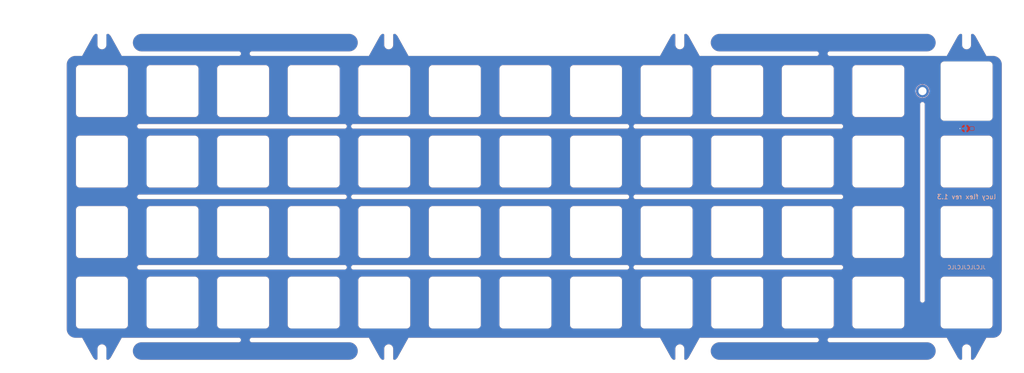
<source format=kicad_pcb>
(kicad_pcb (version 20211014) (generator pcbnew)
  (layers (0 "F.Cu" signal) (31 "B.Cu" signal) (34 "B.Paste" user) (35 "F.Paste" user) (36 "B.SilkS" user "B.Silkscreen") (37 "F.SilkS" user "F.Silkscreen") (38 "B.Mask" user) (39 "F.Mask" user) (44 "Edge.Cuts" user))
  (net 0 "")
  (net 1 "GND")
  (footprint "Keeb_footprints:MX100_cutout_plated" (layer "F.Cu") (at 155.97253 50.00646)
    (fp_text reference "U1")
    (fp_text value "HOLE")
    (fp_line (start -7 6) (end -7 -6) (layer "Edge.Cuts") (width 0.05))
    (fp_line (start -6 7) (end 6 7) (layer "Edge.Cuts") (width 0.05))
    (fp_line (start -6 -7) (end 6 -7) (layer "Edge.Cuts") (width 0.05))
    (fp_line (start 7 -6) (end 7 6) (layer "Edge.Cuts") (width 0.05))
    (fp_arc (start 7 6) (mid 6.707107 6.707107) (end 6 7) (layer "Edge.Cuts") (width 0.05))
    (fp_arc (start 6 -7) (mid 6.707107 -6.707107) (end 7 -6) (layer "Edge.Cuts") (width 0.05))
    (fp_arc (start -6 7) (mid -6.707107 6.707107) (end -7 6) (layer "Edge.Cuts") (width 0.05))
    (fp_arc (start -7 -6) (mid -6.707107 -6.707107) (end -6 -7) (layer "Edge.Cuts") (width 0.05))
  )
  (footprint "Keeb_footprints:MX100_cutout_plated" (layer "F.Cu") (at 175.02261 50.00646)
    (fp_text reference "U2")
    (fp_text value "HOLE")
    (fp_line (start -7 6) (end -7 -6) (layer "Edge.Cuts") (width 0.05))
    (fp_line (start -6 -7) (end 6 -7) (layer "Edge.Cuts") (width 0.05))
    (fp_line (start 7 -6) (end 7 6) (layer "Edge.Cuts") (width 0.05))
    (fp_line (start -6 7) (end 6 7) (layer "Edge.Cuts") (width 0.05))
    (fp_arc (start 6 -7) (mid 6.707107 -6.707107) (end 7 -6) (layer "Edge.Cuts") (width 0.05))
    (fp_arc (start -6 7) (mid -6.707107 6.707107) (end -7 6) (layer "Edge.Cuts") (width 0.05))
    (fp_arc (start 7 6) (mid 6.707107 6.707107) (end 6 7) (layer "Edge.Cuts") (width 0.05))
    (fp_arc (start -7 -6) (mid -6.707107 -6.707107) (end -6 -7) (layer "Edge.Cuts") (width 0.05))
  )
  (footprint "Keeb_footprints:MX100_cutout_plated" (layer "F.Cu") (at 194.07269 50.00646)
    (fp_text reference "U3")
    (fp_text value "HOLE")
    (fp_line (start -6 7) (end 6 7) (layer "Edge.Cuts") (width 0.05))
    (fp_line (start -7 6) (end -7 -6) (layer "Edge.Cuts") (width 0.05))
    (fp_line (start 7 -6) (end 7 6) (layer "Edge.Cuts") (width 0.05))
    (fp_line (start -6 -7) (end 6 -7) (layer "Edge.Cuts") (width 0.05))
    (fp_arc (start 7 6) (mid 6.707107 6.707107) (end 6 7) (layer "Edge.Cuts") (width 0.05))
    (fp_arc (start -7 -6) (mid -6.707107 -6.707107) (end -6 -7) (layer "Edge.Cuts") (width 0.05))
    (fp_arc (start -6 7) (mid -6.707107 6.707107) (end -7 6) (layer "Edge.Cuts") (width 0.05))
    (fp_arc (start 6 -7) (mid 6.707107 -6.707107) (end 7 -6) (layer "Edge.Cuts") (width 0.05))
  )
  (footprint "Keeb_footprints:MX100_cutout_plated" (layer "F.Cu") (at 213.12277 50.00646)
    (fp_text reference "U4")
    (fp_text value "HOLE")
    (fp_line (start -7 6) (end -7 -6) (layer "Edge.Cuts") (width 0.05))
    (fp_line (start -6 7) (end 6 7) (layer "Edge.Cuts") (width 0.05))
    (fp_line (start -6 -7) (end 6 -7) (layer "Edge.Cuts") (width 0.05))
    (fp_line (start 7 -6) (end 7 6) (layer "Edge.Cuts") (width 0.05))
    (fp_arc (start -7 -6) (mid -6.707107 -6.707107) (end -6 -7) (layer "Edge.Cuts") (width 0.05))
    (fp_arc (start 7 6) (mid 6.707107 6.707107) (end 6 7) (layer "Edge.Cuts") (width 0.05))
    (fp_arc (start 6 -7) (mid 6.707107 -6.707107) (end 7 -6) (layer "Edge.Cuts") (width 0.05))
    (fp_arc (start -6 7) (mid -6.707107 6.707107) (end -7 6) (layer "Edge.Cuts") (width 0.05))
  )
  (footprint "Keeb_footprints:MX100_cutout_plated" (layer "F.Cu") (at 232.17285 50.00646)
    (fp_text reference "U5")
    (fp_text value "HOLE")
    (fp_line (start 7 -6) (end 7 6) (layer "Edge.Cuts") (width 0.05))
    (fp_line (start -7 6) (end -7 -6) (layer "Edge.Cuts") (width 0.05))
    (fp_line (start -6 7) (end 6 7) (layer "Edge.Cuts") (width 0.05))
    (fp_line (start -6 -7) (end 6 -7) (layer "Edge.Cuts") (width 0.05))
    (fp_arc (start -7 -6) (mid -6.707107 -6.707107) (end -6 -7) (layer "Edge.Cuts") (width 0.05))
    (fp_arc (start -6 7) (mid -6.707107 6.707107) (end -7 6) (layer "Edge.Cuts") (width 0.05))
    (fp_arc (start 6 -7) (mid 6.707107 -6.707107) (end 7 -6) (layer "Edge.Cuts") (width 0.05))
    (fp_arc (start 7 6) (mid 6.707107 6.707107) (end 6 7) (layer "Edge.Cuts") (width 0.05))
  )
  (footprint "Keeb_footprints:MX100_cutout_plated" (layer "F.Cu") (at 327.42325 50.00646)
    (fp_text reference "U10")
    (fp_text value "HOLE")
    (fp_line (start -6 7) (end 6 7) (layer "Edge.Cuts") (width 0.05))
    (fp_line (start -6 -7) (end 6 -7) (layer "Edge.Cuts") (width 0.05))
    (fp_line (start 7 -6) (end 7 6) (layer "Edge.Cuts") (width 0.05))
    (fp_line (start -7 6) (end -7 -6) (layer "Edge.Cuts") (width 0.05))
    (fp_arc (start -6 7) (mid -6.707107 6.707107) (end -7 6) (layer "Edge.Cuts") (width 0.05))
    (fp_arc (start -7 -6) (mid -6.707107 -6.707107) (end -6 -7) (layer "Edge.Cuts") (width 0.05))
    (fp_arc (start 6 -7) (mid 6.707107 -6.707107) (end 7 -6) (layer "Edge.Cuts") (width 0.05))
    (fp_arc (start 7 6) (mid 6.707107 6.707107) (end 6 7) (layer "Edge.Cuts") (width 0.05))
  )
  (footprint "Keeb_footprints:MX100_cutout_plated" (layer "F.Cu") (at 346.47333 50.00646)
    (fp_text reference "U11")
    (fp_text value "HOLE")
    (fp_line (start -7 6) (end -7 -6) (layer "Edge.Cuts") (width 0.05))
    (fp_line (start -6 -7) (end 6 -7) (layer "Edge.Cuts") (width 0.05))
    (fp_line (start -6 7) (end 6 7) (layer "Edge.Cuts") (width 0.05))
    (fp_line (start 7 -6) (end 7 6) (layer "Edge.Cuts") (width 0.05))
    (fp_arc (start 6 -7) (mid 6.707107 -6.707107) (end 7 -6) (layer "Edge.Cuts") (width 0.05))
    (fp_arc (start -6 7) (mid -6.707107 6.707107) (end -7 6) (layer "Edge.Cuts") (width 0.05))
    (fp_arc (start 7 6) (mid 6.707107 6.707107) (end 6 7) (layer "Edge.Cuts") (width 0.05))
    (fp_arc (start -7 -6) (mid -6.707107 -6.707107) (end -6 -7) (layer "Edge.Cuts") (width 0.05))
  )
  (footprint "Keeb_footprints:MX100_cutout_plated" (layer "F.Cu") (at 155.97253 69.05654)
    (fp_text reference "U13")
    (fp_text value "HOLE")
    (fp_line (start -7 6) (end -7 -6) (layer "Edge.Cuts") (width 0.05))
    (fp_line (start -6 7) (end 6 7) (layer "Edge.Cuts") (width 0.05))
    (fp_line (start 7 -6) (end 7 6) (layer "Edge.Cuts") (width 0.05))
    (fp_line (start -6 -7) (end 6 -7) (layer "Edge.Cuts") (width 0.05))
    (fp_arc (start 7 6) (mid 6.707107 6.707107) (end 6 7) (layer "Edge.Cuts") (width 0.05))
    (fp_arc (start -7 -6) (mid -6.707107 -6.707107) (end -6 -7) (layer "Edge.Cuts") (width 0.05))
    (fp_arc (start -6 7) (mid -6.707107 6.707107) (end -7 6) (layer "Edge.Cuts") (width 0.05))
    (fp_arc (start 6 -7) (mid 6.707107 -6.707107) (end 7 -6) (layer "Edge.Cuts") (width 0.05))
  )
  (footprint "Keeb_footprints:MX100_cutout_plated" (layer "F.Cu") (at 194.07269 69.05654)
    (fp_text reference "U15")
    (fp_text value "HOLE")
    (fp_line (start 7 -6) (end 7 6) (layer "Edge.Cuts") (width 0.05))
    (fp_line (start -6 7) (end 6 7) (layer "Edge.Cuts") (width 0.05))
    (fp_line (start -6 -7) (end 6 -7) (layer "Edge.Cuts") (width 0.05))
    (fp_line (start -7 6) (end -7 -6) (layer "Edge.Cuts") (width 0.05))
    (fp_arc (start -6 7) (mid -6.707107 6.707107) (end -7 6) (layer "Edge.Cuts") (width 0.05))
    (fp_arc (start 6 -7) (mid 6.707107 -6.707107) (end 7 -6) (layer "Edge.Cuts") (width 0.05))
    (fp_arc (start 7 6) (mid 6.707107 6.707107) (end 6 7) (layer "Edge.Cuts") (width 0.05))
    (fp_arc (start -7 -6) (mid -6.707107 -6.707107) (end -6 -7) (layer "Edge.Cuts") (width 0.05))
  )
  (footprint "Keeb_footprints:MX100_cutout_plated" (layer "F.Cu") (at 232.17285 69.05654)
    (fp_text reference "U17")
    (fp_text value "HOLE")
    (fp_line (start 7 -6) (end 7 6) (layer "Edge.Cuts") (width 0.05))
    (fp_line (start -7 6) (end -7 -6) (layer "Edge.Cuts") (width 0.05))
    (fp_line (start -6 -7) (end 6 -7) (layer "Edge.Cuts") (width 0.05))
    (fp_line (start -6 7) (end 6 7) (layer "Edge.Cuts") (width 0.05))
    (fp_arc (start 6 -7) (mid 6.707107 -6.707107) (end 7 -6) (layer "Edge.Cuts") (width 0.05))
    (fp_arc (start -7 -6) (mid -6.707107 -6.707107) (end -6 -7) (layer "Edge.Cuts") (width 0.05))
    (fp_arc (start 7 6) (mid 6.707107 6.707107) (end 6 7) (layer "Edge.Cuts") (width 0.05))
    (fp_arc (start -6 7) (mid -6.707107 6.707107) (end -7 6) (layer "Edge.Cuts") (width 0.05))
  )
  (footprint "Keeb_footprints:MX100_cutout_plated" (layer "F.Cu") (at 251.22293 69.05654)
    (fp_text reference "U18")
    (fp_text value "HOLE")
    (fp_line (start -6 7) (end 6 7) (layer "Edge.Cuts") (width 0.05))
    (fp_line (start 7 -6) (end 7 6) (layer "Edge.Cuts") (width 0.05))
    (fp_line (start -6 -7) (end 6 -7) (layer "Edge.Cuts") (width 0.05))
    (fp_line (start -7 6) (end -7 -6) (layer "Edge.Cuts") (width 0.05))
    (fp_arc (start -6 7) (mid -6.707107 6.707107) (end -7 6) (layer "Edge.Cuts") (width 0.05))
    (fp_arc (start 6 -7) (mid 6.707107 -6.707107) (end 7 -6) (layer "Edge.Cuts") (width 0.05))
    (fp_arc (start -7 -6) (mid -6.707107 -6.707107) (end -6 -7) (layer "Edge.Cuts") (width 0.05))
    (fp_arc (start 7 6) (mid 6.707107 6.707107) (end 6 7) (layer "Edge.Cuts") (width 0.05))
  )
  (footprint "Keeb_footprints:MX100_cutout_plated" (layer "F.Cu") (at 270.27301 69.05654)
    (fp_text reference "U19")
    (fp_text value "HOLE")
    (fp_line (start -7 6) (end -7 -6) (layer "Edge.Cuts") (width 0.05))
    (fp_line (start -6 -7) (end 6 -7) (layer "Edge.Cuts") (width 0.05))
    (fp_line (start -6 7) (end 6 7) (layer "Edge.Cuts") (width 0.05))
    (fp_line (start 7 -6) (end 7 6) (layer "Edge.Cuts") (width 0.05))
    (fp_arc (start -6 7) (mid -6.707107 6.707107) (end -7 6) (layer "Edge.Cuts") (width 0.05))
    (fp_arc (start -7 -6) (mid -6.707107 -6.707107) (end -6 -7) (layer "Edge.Cuts") (width 0.05))
    (fp_arc (start 7 6) (mid 6.707107 6.707107) (end 6 7) (layer "Edge.Cuts") (width 0.05))
    (fp_arc (start 6 -7) (mid 6.707107 -6.707107) (end 7 -6) (layer "Edge.Cuts") (width 0.05))
  )
  (footprint "Keeb_footprints:MX100_cutout_plated" (layer "F.Cu") (at 289.32309 69.05654)
    (fp_text reference "U20")
    (fp_text value "HOLE")
    (fp_line (start 7 -6) (end 7 6) (layer "Edge.Cuts") (width 0.05))
    (fp_line (start -6 7) (end 6 7) (layer "Edge.Cuts") (width 0.05))
    (fp_line (start -6 -7) (end 6 -7) (layer "Edge.Cuts") (width 0.05))
    (fp_line (start -7 6) (end -7 -6) (layer "Edge.Cuts") (width 0.05))
    (fp_arc (start -6 7) (mid -6.707107 6.707107) (end -7 6) (layer "Edge.Cuts") (width 0.05))
    (fp_arc (start -7 -6) (mid -6.707107 -6.707107) (end -6 -7) (layer "Edge.Cuts") (width 0.05))
    (fp_arc (start 6 -7) (mid 6.707107 -6.707107) (end 7 -6) (layer "Edge.Cuts") (width 0.05))
    (fp_arc (start 7 6) (mid 6.707107 6.707107) (end 6 7) (layer "Edge.Cuts") (width 0.05))
  )
  (footprint "Keeb_footprints:MX100_cutout_plated" (layer "F.Cu") (at 308.37317 69.05654)
    (fp_text reference "U21")
    (fp_text value "HOLE")
    (fp_line (start 7 -6) (end 7 6) (layer "Edge.Cuts") (width 0.05))
    (fp_line (start -7 6) (end -7 -6) (layer "Edge.Cuts") (width 0.05))
    (fp_line (start -6 7) (end 6 7) (layer "Edge.Cuts") (width 0.05))
    (fp_line (start -6 -7) (end 6 -7) (layer "Edge.Cuts") (width 0.05))
    (fp_arc (start -7 -6) (mid -6.707107 -6.707107) (end -6 -7) (layer "Edge.Cuts") (width 0.05))
    (fp_arc (start -6 7) (mid -6.707107 6.707107) (end -7 6) (layer "Edge.Cuts") (width 0.05))
    (fp_arc (start 7 6) (mid 6.707107 6.707107) (end 6 7) (layer "Edge.Cuts") (width 0.05))
    (fp_arc (start 6 -7) (mid 6.707107 -6.707107) (end 7 -6) (layer "Edge.Cuts") (width 0.05))
  )
  (footprint "Keeb_footprints:MX100_cutout_plated" (layer "F.Cu") (at 327.42325 69.05654)
    (fp_text reference "U22")
    (fp_text value "HOLE")
    (fp_line (start -6 7) (end 6 7) (layer "Edge.Cuts") (width 0.05))
    (fp_line (start 7 -6) (end 7 6) (layer "Edge.Cuts") (width 0.05))
    (fp_line (start -6 -7) (end 6 -7) (layer "Edge.Cuts") (width 0.05))
    (fp_line (start -7 6) (end -7 -6) (layer "Edge.Cuts") (width 0.05))
    (fp_arc (start -7 -6) (mid -6.707107 -6.707107) (end -6 -7) (layer "Edge.Cuts") (width 0.05))
    (fp_arc (start 6 -7) (mid 6.707107 -6.707107) (end 7 -6) (layer "Edge.Cuts") (width 0.05))
    (fp_arc (start 7 6) (mid 6.707107 6.707107) (end 6 7) (layer "Edge.Cuts") (width 0.05))
    (fp_arc (start -6 7) (mid -6.707107 6.707107) (end -7 6) (layer "Edge.Cuts") (width 0.05))
  )
  (footprint "Keeb_footprints:MX100_cutout_plated" (layer "F.Cu") (at 346.47333 69.05654)
    (fp_text reference "U23")
    (fp_text value "HOLE")
    (fp_line (start -6 -7) (end 6 -7) (layer "Edge.Cuts") (width 0.05))
    (fp_line (start -7 6) (end -7 -6) (layer "Edge.Cuts") (width 0.05))
    (fp_line (start 7 -6) (end 7 6) (layer "Edge.Cuts") (width 0.05))
    (fp_line (start -6 7) (end 6 7) (layer "Edge.Cuts") (width 0.05))
    (fp_arc (start 6 -7) (mid 6.707107 -6.707107) (end 7 -6) (layer "Edge.Cuts") (width 0.05))
    (fp_arc (start 7 6) (mid 6.707107 6.707107) (end 6 7) (layer "Edge.Cuts") (width 0.05))
    (fp_arc (start -6 7) (mid -6.707107 6.707107) (end -7 6) (layer "Edge.Cuts") (width 0.05))
    (fp_arc (start -7 -6) (mid -6.707107 -6.707107) (end -6 -7) (layer "Edge.Cuts") (width 0.05))
  )
  (footprint "Keeb_footprints:MX100_cutout_plated" (layer "F.Cu") (at 365.52341 69.05654)
    (fp_text reference "U24")
    (fp_text value "HOLE")
    (fp_line (start -7 6) (end -7 -6) (layer "Edge.Cuts") (width 0.05))
    (fp_line (start -6 7) (end 6 7) (layer "Edge.Cuts") (width 0.05))
    (fp_line (start 7 -6) (end 7 6) (layer "Edge.Cuts") (width 0.05))
    (fp_line (start -6 -7) (end 6 -7) (layer "Edge.Cuts") (width 0.05))
    (fp_arc (start -6 7) (mid -6.707107 6.707107) (end -7 6) (layer "Edge.Cuts") (width 0.05))
    (fp_arc (start -7 -6) (mid -6.707107 -6.707107) (end -6 -7) (layer "Edge.Cuts") (width 0.05))
    (fp_arc (start 6 -7) (mid 6.707107 -6.707107) (end 7 -6) (layer "Edge.Cuts") (width 0.05))
    (fp_arc (start 7 6) (mid 6.707107 6.707107) (end 6 7) (layer "Edge.Cuts") (width 0.05))
  )
  (footprint "Keeb_footprints:MX100_cutout_plated" (layer "F.Cu") (at 155.97253 88.10662)
    (fp_text reference "U25")
    (fp_text value "HOLE")
    (fp_line (start 7 -6) (end 7 6) (layer "Edge.Cuts") (width 0.05))
    (fp_line (start -7 6) (end -7 -6) (layer "Edge.Cuts") (width 0.05))
    (fp_line (start -6 -7) (end 6 -7) (layer "Edge.Cuts") (width 0.05))
    (fp_line (start -6 7) (end 6 7) (layer "Edge.Cuts") (width 0.05))
    (fp_arc (start -6 7) (mid -6.707107 6.707107) (end -7 6) (layer "Edge.Cuts") (width 0.05))
    (fp_arc (start 6 -7) (mid 6.707107 -6.707107) (end 7 -6) (layer "Edge.Cuts") (width 0.05))
    (fp_arc (start 7 6) (mid 6.707107 6.707107) (end 6 7) (layer "Edge.Cuts") (width 0.05))
    (fp_arc (start -7 -6) (mid -6.707107 -6.707107) (end -6 -7) (layer "Edge.Cuts") (width 0.05))
  )
  (footprint "Keeb_footprints:MX100_cutout_plated" (layer "F.Cu") (at 175.02261 88.10662)
    (fp_text reference "U26")
    (fp_text value "HOLE")
    (fp_line (start -6 -7) (end 6 -7) (layer "Edge.Cuts") (width 0.05))
    (fp_line (start -6 7) (end 6 7) (layer "Edge.Cuts") (width 0.05))
    (fp_line (start -7 6) (end -7 -6) (layer "Edge.Cuts") (width 0.05))
    (fp_line (start 7 -6) (end 7 6) (layer "Edge.Cuts") (width 0.05))
    (fp_arc (start 7 6) (mid 6.707107 6.707107) (end 6 7) (layer "Edge.Cuts") (width 0.05))
    (fp_arc (start -6 7) (mid -6.707107 6.707107) (end -7 6) (layer "Edge.Cuts") (width 0.05))
    (fp_arc (start 6 -7) (mid 6.707107 -6.707107) (end 7 -6) (layer "Edge.Cuts") (width 0.05))
    (fp_arc (start -7 -6) (mid -6.707107 -6.707107) (end -6 -7) (layer "Edge.Cuts") (width 0.05))
  )
  (footprint "Keeb_footprints:MX100_cutout_plated" (layer "F.Cu") (at 194.07269 88.10662)
    (fp_text reference "U27")
    (fp_text value "HOLE")
    (fp_line (start -7 6) (end -7 -6) (layer "Edge.Cuts") (width 0.05))
    (fp_line (start 7 -6) (end 7 6) (layer "Edge.Cuts") (width 0.05))
    (fp_line (start -6 -7) (end 6 -7) (layer "Edge.Cuts") (width 0.05))
    (fp_line (start -6 7) (end 6 7) (layer "Edge.Cuts") (width 0.05))
    (fp_arc (start -6 7) (mid -6.707107 6.707107) (end -7 6) (layer "Edge.Cuts") (width 0.05))
    (fp_arc (start -7 -6) (mid -6.707107 -6.707107) (end -6 -7) (layer "Edge.Cuts") (width 0.05))
    (fp_arc (start 6 -7) (mid 6.707107 -6.707107) (end 7 -6) (layer "Edge.Cuts") (width 0.05))
    (fp_arc (start 7 6) (mid 6.707107 6.707107) (end 6 7) (layer "Edge.Cuts") (width 0.05))
  )
  (footprint "Keeb_footprints:MX100_cutout_plated" (layer "F.Cu") (at 213.12277 88.10662)
    (fp_text reference "U28")
    (fp_text value "HOLE")
    (fp_line (start -6 7) (end 6 7) (layer "Edge.Cuts") (width 0.05))
    (fp_line (start -7 6) (end -7 -6) (layer "Edge.Cuts") (width 0.05))
    (fp_line (start 7 -6) (end 7 6) (layer "Edge.Cuts") (width 0.05))
    (fp_line (start -6 -7) (end 6 -7) (layer "Edge.Cuts") (width 0.05))
    (fp_arc (start 6 -7) (mid 6.707107 -6.707107) (end 7 -6) (layer "Edge.Cuts") (width 0.05))
    (fp_arc (start 7 6) (mid 6.707107 6.707107) (end 6 7) (layer "Edge.Cuts") (width 0.05))
    (fp_arc (start -6 7) (mid -6.707107 6.707107) (end -7 6) (layer "Edge.Cuts") (width 0.05))
    (fp_arc (start -7 -6) (mid -6.707107 -6.707107) (end -6 -7) (layer "Edge.Cuts") (width 0.05))
  )
  (footprint "Keeb_footprints:MX100_cutout_plated" (layer "F.Cu") (at 232.17285 88.10662)
    (fp_text reference "U29")
    (fp_text value "HOLE")
    (fp_line (start -6 -7) (end 6 -7) (layer "Edge.Cuts") (width 0.05))
    (fp_line (start -7 6) (end -7 -6) (layer "Edge.Cuts") (width 0.05))
    (fp_line (start -6 7) (end 6 7) (layer "Edge.Cuts") (width 0.05))
    (fp_line (start 7 -6) (end 7 6) (layer "Edge.Cuts") (width 0.05))
    (fp_arc (start 7 6) (mid 6.707107 6.707107) (end 6 7) (layer "Edge.Cuts") (width 0.05))
    (fp_arc (start -6 7) (mid -6.707107 6.707107) (end -7 6) (layer "Edge.Cuts") (width 0.05))
    (fp_arc (start 6 -7) (mid 6.707107 -6.707107) (end 7 -6) (layer "Edge.Cuts") (width 0.05))
    (fp_arc (start -7 -6) (mid -6.707107 -6.707107) (end -6 -7) (layer "Edge.Cuts") (width 0.05))
  )
  (footprint "Keeb_footprints:MX100_cutout_plated" (layer "F.Cu") (at 251.22293 88.10662)
    (fp_text reference "U30")
    (fp_text value "HOLE")
    (fp_line (start -6 -7) (end 6 -7) (layer "Edge.Cuts") (width 0.05))
    (fp_line (start -6 7) (end 6 7) (layer "Edge.Cuts") (width 0.05))
    (fp_line (start -7 6) (end -7 -6) (layer "Edge.Cuts") (width 0.05))
    (fp_line (start 7 -6) (end 7 6) (layer "Edge.Cuts") (width 0.05))
    (fp_arc (start 6 -7) (mid 6.707107 -6.707107) (end 7 -6) (layer "Edge.Cuts") (width 0.05))
    (fp_arc (start -6 7) (mid -6.707107 6.707107) (end -7 6) (layer "Edge.Cuts") (width 0.05))
    (fp_arc (start -7 -6) (mid -6.707107 -6.707107) (end -6 -7) (layer "Edge.Cuts") (width 0.05))
    (fp_arc (start 7 6) (mid 6.707107 6.707107) (end 6 7) (layer "Edge.Cuts") (width 0.05))
  )
  (footprint "Keeb_footprints:MX100_cutout_plated" (layer "F.Cu") (at 270.27301 88.10662)
    (fp_text reference "U31")
    (fp_text value "HOLE")
    (fp_line (start -6 -7) (end 6 -7) (layer "Edge.Cuts") (width 0.05))
    (fp_line (start 7 -6) (end 7 6) (layer "Edge.Cuts") (width 0.05))
    (fp_line (start -7 6) (end -7 -6) (layer "Edge.Cuts") (width 0.05))
    (fp_line (start -6 7) (end 6 7) (layer "Edge.Cuts") (width 0.05))
    (fp_arc (start 6 -7) (mid 6.707107 -6.707107) (end 7 -6) (layer "Edge.Cuts") (width 0.05))
    (fp_arc (start -6 7) (mid -6.707107 6.707107) (end -7 6) (layer "Edge.Cuts") (width 0.05))
    (fp_arc (start -7 -6) (mid -6.707107 -6.707107) (end -6 -7) (layer "Edge.Cuts") (width 0.05))
    (fp_arc (start 7 6) (mid 6.707107 6.707107) (end 6 7) (layer "Edge.Cuts") (width 0.05))
  )
  (footprint "Keeb_footprints:MX100_cutout_plated" (layer "F.Cu") (at 289.32309 88.10662)
    (fp_text reference "U32")
    (fp_text value "HOLE")
    (fp_line (start -7 6) (end -7 -6) (layer "Edge.Cuts") (width 0.05))
    (fp_line (start 7 -6) (end 7 6) (layer "Edge.Cuts") (width 0.05))
    (fp_line (start -6 7) (end 6 7) (layer "Edge.Cuts") (width 0.05))
    (fp_line (start -6 -7) (end 6 -7) (layer "Edge.Cuts") (width 0.05))
    (fp_arc (start -6 7) (mid -6.707107 6.707107) (end -7 6) (layer "Edge.Cuts") (width 0.05))
    (fp_arc (start -7 -6) (mid -6.707107 -6.707107) (end -6 -7) (layer "Edge.Cuts") (width 0.05))
    (fp_arc (start 7 6) (mid 6.707107 6.707107) (end 6 7) (layer "Edge.Cuts") (width 0.05))
    (fp_arc (start 6 -7) (mid 6.707107 -6.707107) (end 7 -6) (layer "Edge.Cuts") (width 0.05))
  )
  (footprint "Keeb_footprints:MX100_cutout_plated" (layer "F.Cu") (at 308.37317 88.10662)
    (fp_text reference "U33")
    (fp_text value "HOLE")
    (fp_line (start -6 -7) (end 6 -7) (layer "Edge.Cuts") (width 0.05))
    (fp_line (start -6 7) (end 6 7) (layer "Edge.Cuts") (width 0.05))
    (fp_line (start 7 -6) (end 7 6) (layer "Edge.Cuts") (width 0.05))
    (fp_line (start -7 6) (end -7 -6) (layer "Edge.Cuts") (width 0.05))
    (fp_arc (start -7 -6) (mid -6.707107 -6.707107) (end -6 -7) (layer "Edge.Cuts") (width 0.05))
    (fp_arc (start 6 -7) (mid 6.707107 -6.707107) (end 7 -6) (layer "Edge.Cuts") (width 0.05))
    (fp_arc (start -6 7) (mid -6.707107 6.707107) (end -7 6) (layer "Edge.Cuts") (width 0.05))
    (fp_arc (start 7 6) (mid 6.707107 6.707107) (end 6 7) (layer "Edge.Cuts") (width 0.05))
  )
  (footprint "Keeb_footprints:MX100_cutout_plated" (layer "F.Cu") (at 327.42325 88.10662)
    (fp_text reference "U34")
    (fp_text value "HOLE")
    (fp_line (start -6 -7) (end 6 -7) (layer "Edge.Cuts") (width 0.05))
    (fp_line (start -6 7) (end 6 7) (layer "Edge.Cuts") (width 0.05))
    (fp_line (start -7 6) (end -7 -6) (layer "Edge.Cuts") (width 0.05))
    (fp_line (start 7 -6) (end 7 6) (layer "Edge.Cuts") (width 0.05))
    (fp_arc (start 6 -7) (mid 6.707107 -6.707107) (end 7 -6) (layer "Edge.Cuts") (width 0.05))
    (fp_arc (start -7 -6) (mid -6.707107 -6.707107) (end -6 -7) (layer "Edge.Cuts") (width 0.05))
    (fp_arc (start 7 6) (mid 6.707107 6.707107) (end 6 7) (layer "Edge.Cuts") (width 0.05))
    (fp_arc (start -6 7) (mid -6.707107 6.707107) (end -7 6) (layer "Edge.Cuts") (width 0.05))
  )
  (footprint "Keeb_footprints:MX100_cutout_plated" (layer "F.Cu") (at 346.47333 88.10662)
    (fp_text reference "U35")
    (fp_text value "HOLE")
    (fp_line (start 7 -6) (end 7 6) (layer "Edge.Cuts") (width 0.05))
    (fp_line (start -6 7) (end 6 7) (layer "Edge.Cuts") (width 0.05))
    (fp_line (start -7 6) (end -7 -6) (layer "Edge.Cuts") (width 0.05))
    (fp_line (start -6 -7) (end 6 -7) (layer "Edge.Cuts") (width 0.05))
    (fp_arc (start 7 6) (mid 6.707107 6.707107) (end 6 7) (layer "Edge.Cuts") (width 0.05))
    (fp_arc (start -7 -6) (mid -6.707107 -6.707107) (end -6 -7) (layer "Edge.Cuts") (width 0.05))
    (fp_arc (start 6 -7) (mid 6.707107 -6.707107) (end 7 -6) (layer "Edge.Cuts") (width 0.05))
    (fp_arc (start -6 7) (mid -6.707107 6.707107) (end -7 6) (layer "Edge.Cuts") (width 0.05))
  )
  (footprint "Keeb_footprints:MX100_cutout_plated" (layer "F.Cu") (at 365.52341 88.10662)
    (fp_text reference "U36")
    (fp_text value "HOLE")
    (fp_line (start 7 -6) (end 7 6) (layer "Edge.Cuts") (width 0.05))
    (fp_line (start -7 6) (end -7 -6) (layer "Edge.Cuts") (width 0.05))
    (fp_line (start -6 -7) (end 6 -7) (layer "Edge.Cuts") (width 0.05))
    (fp_line (start -6 7) (end 6 7) (layer "Edge.Cuts") (width 0.05))
    (fp_arc (start 7 6) (mid 6.707107 6.707107) (end 6 7) (layer "Edge.Cuts") (width 0.05))
    (fp_arc (start -7 -6) (mid -6.707107 -6.707107) (end -6 -7) (layer "Edge.Cuts") (width 0.05))
    (fp_arc (start -6 7) (mid -6.707107 6.707107) (end -7 6) (layer "Edge.Cuts") (width 0.05))
    (fp_arc (start 6 -7) (mid 6.707107 -6.707107) (end 7 -6) (layer "Edge.Cuts") (width 0.05))
  )
  (footprint "Keeb_footprints:MX100_cutout_plated" (layer "F.Cu") (at 175.02261 107.1567)
    (fp_text reference "U38")
    (fp_text value "HOLE")
    (fp_line (start 7 -6) (end 7 6) (layer "Edge.Cuts") (width 0.05))
    (fp_line (start -6 7) (end 6 7) (layer "Edge.Cuts") (width 0.05))
    (fp_line (start -6 -7) (end 6 -7) (layer "Edge.Cuts") (width 0.05))
    (fp_line (start -7 6) (end -7 -6) (layer "Edge.Cuts") (width 0.05))
    (fp_arc (start 6 -7) (mid 6.707107 -6.707107) (end 7 -6) (layer "Edge.Cuts") (width 0.05))
    (fp_arc (start -7 -6) (mid -6.707107 -6.707107) (end -6 -7) (layer "Edge.Cuts") (width 0.05))
    (fp_arc (start 7 6) (mid 6.707107 6.707107) (end 6 7) (layer "Edge.Cuts") (width 0.05))
    (fp_arc (start -6 7) (mid -6.707107 6.707107) (end -7 6) (layer "Edge.Cuts") (width 0.05))
  )
  (footprint "Keeb_footprints:MX100_cutout_plated" (layer "F.Cu") (at 194.07269 107.1567)
    (fp_text reference "U39")
    (fp_text value "HOLE")
    (fp_line (start -7 6) (end -7 -6) (layer "Edge.Cuts") (width 0.05))
    (fp_line (start -6 7) (end 6 7) (layer "Edge.Cuts") (width 0.05))
    (fp_line (start -6 -7) (end 6 -7) (layer "Edge.Cuts") (width 0.05))
    (fp_line (start 7 -6) (end 7 6) (layer "Edge.Cuts") (width 0.05))
    (fp_arc (start -7 -6) (mid -6.707107 -6.707107) (end -6 -7) (layer "Edge.Cuts") (width 0.05))
    (fp_arc (start -6 7) (mid -6.707107 6.707107) (end -7 6) (layer "Edge.Cuts") (width 0.05))
    (fp_arc (start 7 6) (mid 6.707107 6.707107) (end 6 7) (layer "Edge.Cuts") (width 0.05))
    (fp_arc (start 6 -7) (mid 6.707107 -6.707107) (end 7 -6) (layer "Edge.Cuts") (width 0.05))
  )
  (footprint "Keeb_footprints:MX100_cutout_plated" (layer "F.Cu") (at 213.12277 107.1567)
    (fp_text reference "U40")
    (fp_text value "HOLE")
    (fp_line (start -6 -7) (end 6 -7) (layer "Edge.Cuts") (width 0.05))
    (fp_line (start -7 6) (end -7 -6) (layer "Edge.Cuts") (width 0.05))
    (fp_line (start 7 -6) (end 7 6) (layer "Edge.Cuts") (width 0.05))
    (fp_line (start -6 7) (end 6 7) (layer "Edge.Cuts") (width 0.05))
    (fp_arc (start 7 6) (mid 6.707107 6.707107) (end 6 7) (layer "Edge.Cuts") (width 0.05))
    (fp_arc (start -7 -6) (mid -6.707107 -6.707107) (end -6 -7) (layer "Edge.Cuts") (width 0.05))
    (fp_arc (start -6 7) (mid -6.707107 6.707107) (end -7 6) (layer "Edge.Cuts") (width 0.05))
    (fp_arc (start 6 -7) (mid 6.707107 -6.707107) (end 7 -6) (layer "Edge.Cuts") (width 0.05))
  )
  (footprint "Keeb_footprints:MX100_cutout_plated" (layer "F.Cu") (at 232.17285 107.1567)
    (fp_text reference "U41")
    (fp_text value "HOLE")
    (fp_line (start -6 -7) (end 6 -7) (layer "Edge.Cuts") (width 0.05))
    (fp_line (start -7 6) (end -7 -6) (layer "Edge.Cuts") (width 0.05))
    (fp_line (start -6 7) (end 6 7) (layer "Edge.Cuts") (width 0.05))
    (fp_line (start 7 -6) (end 7 6) (layer "Edge.Cuts") (width 0.05))
    (fp_arc (start 6 -7) (mid 6.707107 -6.707107) (end 7 -6) (layer "Edge.Cuts") (width 0.05))
    (fp_arc (start -6 7) (mid -6.707107 6.707107) (end -7 6) (layer "Edge.Cuts") (width 0.05))
    (fp_arc (start -7 -6) (mid -6.707107 -6.707107) (end -6 -7) (layer "Edge.Cuts") (width 0.05))
    (fp_arc (start 7 6) (mid 6.707107 6.707107) (end 6 7) (layer "Edge.Cuts") (width 0.05))
  )
  (footprint "Keeb_footprints:MX100_cutout_plated" (layer "F.Cu") (at 251.22293 107.1567)
    (fp_text reference "U42")
    (fp_text value "HOLE")
    (fp_line (start -6 -7) (end 6 -7) (layer "Edge.Cuts") (width 0.05))
    (fp_line (start 7 -6) (end 7 6) (layer "Edge.Cuts") (width 0.05))
    (fp_line (start -7 6) (end -7 -6) (layer "Edge.Cuts") (width 0.05))
    (fp_line (start -6 7) (end 6 7) (layer "Edge.Cuts") (width 0.05))
    (fp_arc (start 6 -7) (mid 6.707107 -6.707107) (end 7 -6) (layer "Edge.Cuts") (width 0.05))
    (fp_arc (start -7 -6) (mid -6.707107 -6.707107) (end -6 -7) (layer "Edge.Cuts") (width 0.05))
    (fp_arc (start -6 7) (mid -6.707107 6.707107) (end -7 6) (layer "Edge.Cuts") (width 0.05))
    (fp_arc (start 7 6) (mid 6.707107 6.707107) (end 6 7) (layer "Edge.Cuts") (width 0.05))
  )
  (footprint "Keeb_footprints:MX100_cutout_plated" (layer "F.Cu") (at 270.27301 107.1567)
    (fp_text reference "U43")
    (fp_text value "HOLE")
    (fp_line (start -6 7) (end 6 7) (layer "Edge.Cuts") (width 0.05))
    (fp_line (start -7 6) (end -7 -6) (layer "Edge.Cuts") (width 0.05))
    (fp_line (start -6 -7) (end 6 -7) (layer "Edge.Cuts") (width 0.05))
    (fp_line (start 7 -6) (end 7 6) (layer "Edge.Cuts") (width 0.05))
    (fp_arc (start -6 7) (mid -6.707107 6.707107) (end -7 6) (layer "Edge.Cuts") (width 0.05))
    (fp_arc (start 6 -7) (mid 6.707107 -6.707107) (end 7 -6) (layer "Edge.Cuts") (width 0.05))
    (fp_arc (start 7 6) (mid 6.707107 6.707107) (end 6 7) (layer "Edge.Cuts") (width 0.05))
    (fp_arc (start -7 -6) (mid -6.707107 -6.707107) (end -6 -7) (layer "Edge.Cuts") (width 0.05))
  )
  (footprint "Keeb_footprints:MX100_cutout_plated" (layer "F.Cu") (at 289.32309 107.1567)
    (fp_text reference "U44")
    (fp_text value "HOLE")
    (fp_line (start -7 6) (end -7 -6) (layer "Edge.Cuts") (width 0.05))
    (fp_line (start 7 -6) (end 7 6) (layer "Edge.Cuts") (width 0.05))
    (fp_line (start -6 7) (end 6 7) (layer "Edge.Cuts") (width 0.05))
    (fp_line (start -6 -7) (end 6 -7) (layer "Edge.Cuts") (width 0.05))
    (fp_arc (start -6 7) (mid -6.707107 6.707107) (end -7 6) (layer "Edge.Cuts") (width 0.05))
    (fp_arc (start 7 6) (mid 6.707107 6.707107) (end 6 7) (layer "Edge.Cuts") (width 0.05))
    (fp_arc (start 6 -7) (mid 6.707107 -6.707107) (end 7 -6) (layer "Edge.Cuts") (width 0.05))
    (fp_arc (start -7 -6) (mid -6.707107 -6.707107) (end -6 -7) (layer "Edge.Cuts") (width 0.05))
  )
  (footprint "Keeb_footprints:MX100_cutout_plated" (layer "F.Cu") (at 308.37317 107.1567)
    (fp_text reference "U45")
    (fp_text value "HOLE")
    (fp_line (start -6 -7) (end 6 -7) (layer "Edge.Cuts") (width 0.05))
    (fp_line (start -6 7) (end 6 7) (layer "Edge.Cuts") (width 0.05))
    (fp_line (start 7 -6) (end 7 6) (layer "Edge.Cuts") (width 0.05))
    (fp_line (start -7 6) (end -7 -6) (layer "Edge.Cuts") (width 0.05))
    (fp_arc (start 6 -7) (mid 6.707107 -6.707107) (end 7 -6) (layer "Edge.Cuts") (width 0.05))
    (fp_arc (start -6 7) (mid -6.707107 6.707107) (end -7 6) (layer "Edge.Cuts") (width 0.05))
    (fp_arc (start 7 6) (mid 6.707107 6.707107) (end 6 7) (layer "Edge.Cuts") (width 0.05))
    (fp_arc (start -7 -6) (mid -6.707107 -6.707107) (end -6 -7) (layer "Edge.Cuts") (width 0.05))
  )
  (footprint "Keeb_footprints:MX100_cutout_plated" (layer "F.Cu") (at 327.42325 107.1567)
    (fp_text reference "U46")
    (fp_text value "HOLE")
    (fp_line (start -7 6) (end -7 -6) (layer "Edge.Cuts") (width 0.05))
    (fp_line (start 7 -6) (end 7 6) (layer "Edge.Cuts") (width 0.05))
    (fp_line (start -6 7) (end 6 7) (layer "Edge.Cuts") (width 0.05))
    (fp_line (start -6 -7) (end 6 -7) (layer "Edge.Cuts") (width 0.05))
    (fp_arc (start 7 6) (mid 6.707107 6.707107) (end 6 7) (layer "Edge.Cuts") (width 0.05))
    (fp_arc (start -7 -6) (mid -6.707107 -6.707107) (end -6 -7) (layer "Edge.Cuts") (width 0.05))
    (fp_arc (start -6 7) (mid -6.707107 6.707107) (end -7 6) (layer "Edge.Cuts") (width 0.05))
    (fp_arc (start 6 -7) (mid 6.707107 -6.707107) (end 7 -6) (layer "Edge.Cuts") (width 0.05))
  )
  (footprint "Keeb_footprints:MX100_cutout_plated" (layer "F.Cu") (at 346.47333 107.16)
    (fp_text reference "U47")
    (fp_text value "HOLE")
    (fp_line (start -6 7) (end 6 7) (layer "Edge.Cuts") (width 0.05))
    (fp_line (start 7 -6) (end 7 6) (layer "Edge.Cuts") (width 0.05))
    (fp_line (start -6 -7) (end 6 -7) (layer "Edge.Cuts") (width 0.05))
    (fp_line (start -7 6) (end -7 -6) (layer "Edge.Cuts") (width 0.05))
    (fp_arc (start -7 -6) (mid -6.707107 -6.707107) (end -6 -7) (layer "Edge.Cuts") (width 0.05))
    (fp_arc (start 6 -7) (mid 6.707107 -6.707107) (end 7 -6) (layer "Edge.Cuts") (width 0.05))
    (fp_arc (start -6 7) (mid -6.707107 6.707107) (end -7 6) (layer "Edge.Cuts") (width 0.05))
    (fp_arc (start 7 6) (mid 6.707107 6.707107) (end 6 7) (layer "Edge.Cuts") (width 0.05))
  )
  (footprint "Keeb_footprints:MX100_cutout_plated" (layer "F.Cu") (at 365.52341 107.1567)
    (fp_text reference "U48")
    (fp_text value "HOLE")
    (fp_line (start -6 -7) (end 6 -7) (layer "Edge.Cuts") (width 0.05))
    (fp_line (start -6 7) (end 6 7) (layer "Edge.Cuts") (width 0.05))
    (fp_line (start -7 6) (end -7 -6) (layer "Edge.Cuts") (width 0.05))
    (fp_line (start 7 -6) (end 7 6) (layer "Edge.Cuts") (width 0.05))
    (fp_arc (start 7 6) (mid 6.707107 6.707107) (end 6 7) (layer "Edge.Cuts") (width 0.05))
    (fp_arc (start 6 -7) (mid 6.707107 -6.707107) (end 7 -6) (layer "Edge.Cuts") (width 0.05))
    (fp_arc (start -7 -6) (mid -6.707107 -6.707107) (end -6 -7) (layer "Edge.Cuts") (width 0.05))
    (fp_arc (start -6 7) (mid -6.707107 6.707107) (end -7 6) (layer "Edge.Cuts") (width 0.05))
  )
  (footprint "Keeb_footprints:MX100_cutout_plated" (layer "F.Cu") (at 155.97253 107.1567)
    (fp_text reference "U37")
    (fp_text value "HOLE")
    (fp_line (start -6 7) (end 6 7) (layer "Edge.Cuts") (width 0.05))
    (fp_line (start -6 -7) (end 6 -7) (layer "Edge.Cuts") (width 0.05))
    (fp_line (start 7 -6) (end 7 6) (layer "Edge.Cuts") (width 0.05))
    (fp_line (start -7 6) (end -7 -6) (layer "Edge.Cuts") (width 0.05))
    (fp_arc (start 6 -7) (mid 6.707107 -6.707107) (end 7 -6) (layer "Edge.Cuts") (width 0.05))
    (fp_arc (start -6 7) (mid -6.707107 6.707107) (end -7 6) (layer "Edge.Cuts") (width 0.05))
    (fp_arc (start -7 -6) (mid -6.707107 -6.707107) (end -6 -7) (layer "Edge.Cuts") (width 0.05))
    (fp_arc (start 7 6) (mid 6.707107 6.707107) (end 6 7) (layer "Edge.Cuts") (width 0.05))
  )
  (footprint "Keeb_footprints:MX100_cutout_plated" (layer "F.Cu") (at 175.02261 69.05654)
    (fp_text reference "U14")
    (fp_text value "HOLE")
    (fp_line (start 7 -6) (end 7 6) (layer "Edge.Cuts") (width 0.05))
    (fp_line (start -6 -7) (end 6 -7) (layer "Edge.Cuts") (width 0.05))
    (fp_line (start -6 7) (end 6 7) (layer "Edge.Cuts") (width 0.05))
    (fp_line (start -7 6) (end -7 -6) (layer "Edge.Cuts") (width 0.05))
    (fp_arc (start -7 -6) (mid -6.707107 -6.707107) (end -6 -7) (layer "Edge.Cuts") (width 0.05))
    (fp_arc (start 6 -7) (mid 6.707107 -6.707107) (end 7 -6) (layer "Edge.Cuts") (width 0.05))
    (fp_arc (start -6 7) (mid -6.707107 6.707107) (end -7 6) (layer "Edge.Cuts") (width 0.05))
    (fp_arc (start 7 6) (mid 6.707107 6.707107) (end 6 7) (layer "Edge.Cuts") (width 0.05))
  )
  (footprint "Keeb_footprints:MX100_cutout_plated" (layer "F.Cu") (at 389.33589 88.106428)
    (fp_text reference "U51")
    (fp_text value "HOLE")
    (fp_line (start -7 6) (end -7 -6) (layer "Edge.Cuts") (width 0.05))
    (fp_line (start -6 7) (end 6 7) (layer "Edge.Cuts") (width 0.05))
    (fp_line (start -6 -7) (end 6 -7) (layer "Edge.Cuts") (width 0.05))
    (fp_line (start 7 -6) (end 7 6) (layer "Edge.Cuts") (width 0.05))
    (fp_arc (start 7 6) (mid 6.707107 6.707107) (end 6 7) (layer "Edge.Cuts") (width 0.05))
    (fp_arc (start 6 -7) (mid 6.707107 -6.707107) (end 7 -6) (layer "Edge.Cuts") (width 0.05))
    (fp_arc (start -6 7) (mid -6.707107 6.707107) (end -7 6) (layer "Edge.Cuts") (width 0.05))
    (fp_arc (start -7 -6) (mid -6.707107 -6.707107) (end -6 -7) (layer "Edge.Cuts") (width 0.05))
  )
  (footprint "Keeb_footprints:MX100_cutout_plated" (layer "F.Cu") (at 389.33589 69.056444)
    (fp_text reference "U50")
    (fp_text value "HOLE")
    (fp_line (start -6 7) (end 6 7) (layer "Edge.Cuts") (width 0.05))
    (fp_line (start 7 -6) (end 7 6) (layer "Edge.Cuts") (width 0.05))
    (fp_line (start -6 -7) (end 6 -7) (layer "Edge.Cuts") (width 0.05))
    (fp_line (start -7 6) (end -7 -6) (layer "Edge.Cuts") (width 0.05))
    (fp_arc (start 7 6) (mid 6.707107 6.707107) (end 6 7) (layer "Edge.Cuts") (width 0.05))
    (fp_arc (start -7 -6) (mid -6.707107 -6.707107) (end -6 -7) (layer "Edge.Cuts") (width 0.05))
    (fp_arc (start -6 7) (mid -6.707107 6.707107) (end -7 6) (layer "Edge.Cuts") (width 0.05))
    (fp_arc (start 6 -7) (mid 6.707107 -6.707107) (end 7 -6) (layer "Edge.Cuts") (width 0.05))
  )
  (footprint "Keeb_footprints:EC11_cutout_plated" (layer "F.Cu") (at 389.33601 50.00646 180)
    (fp_text reference "U49")
    (fp_text value "HOLE")
    (fp_line (start -7 -7) (end -7 7) (layer "Edge.Cuts") (width 0.1))
    (fp_line (start -6 8) (end 6 8) (layer "Edge.Cuts") (width 0.1))
    (fp_line (start 6 -8) (end -6 -8) (layer "Edge.Cuts") (width 0.1))
    (fp_line (start 7 -7) (end 7 7) (layer "Edge.Cuts") (width 0.1))
    (fp_line (start -6.999999 -6.525) (end -6.999999 -6.525) (layer "Edge.Cuts") (width 0.1))
    (fp_arc (start -6 8) (mid -6.707107 7.707107) (end -7 7) (layer "Edge.Cuts") (width 0.1))
    (fp_arc (start -7 -7) (mid -6.707107 -7.707107) (end -6 -8) (layer "Edge.Cuts") (width 0.1))
    (fp_arc (start 7 7) (mid 6.707107 7.707107) (end 6 8) (layer "Edge.Cuts") (width 0.1))
    (fp_arc (start 6 -8) (mid 6.707107 -7.707107) (end 7 -7) (layer "Edge.Cuts") (width 0.1))
  )
  (footprint "Keeb_footprints:MX100_cutout_plated" (layer "F.Cu") (at 365.52341 50.00646)
    (fp_text reference "U12")
    (fp_text value "HOLE")
    (fp_line (start -7 6) (end -7 -6) (layer "Edge.Cuts") (width 0.05))
    (fp_line (start -6 7) (end 6 7) (layer "Edge.Cuts") (width 0.05))
    (fp_line (start 7 -6) (end 7 6) (layer "Edge.Cuts") (width 0.05))
    (fp_line (start -6 -7) (end 6 -7) (layer "Edge.Cuts") (width 0.05))
    (fp_arc (start -6 7) (mid -6.707107 6.707107) (end -7 6) (layer "Edge.Cuts") (width 0.05))
    (fp_arc (start -7 -6) (mid -6.707107 -6.707107) (end -6 -7) (layer "Edge.Cuts") (width 0.05))
    (fp_arc (start 7 6) (mid 6.707107 6.707107) (end 6 7) (layer "Edge.Cuts") (width 0.05))
    (fp_arc (start 6 -7) (mid 6.707107 -6.707107) (end 7 -6) (layer "Edge.Cuts") (width 0.05))
  )
  (footprint "Keeb_footprints:MX100_cutout_plated" (layer "F.Cu") (at 389.33601 107.1567)
    (fp_text reference "U52")
    (fp_text value "HOLE")
    (fp_line (start -6 -7) (end 6 -7) (layer "Edge.Cuts") (width 0.05))
    (fp_line (start -6 7) (end 6 7) (layer "Edge.Cuts") (width 0.05))
    (fp_line (start -7 6) (end -7 -6) (layer "Edge.Cuts") (width 0.05))
    (fp_line (start 7 -6) (end 7 6) (layer "Edge.Cuts") (width 0.05))
    (fp_arc (start -6 7) (mid -6.707107 6.707107) (end -7 6) (layer "Edge.Cuts") (width 0.05))
    (fp_arc (start 7 6) (mid 6.707107 6.707107) (end 6 7) (layer "Edge.Cuts") (width 0.05))
    (fp_arc (start -7 -6) (mid -6.707107 -6.707107) (end -6 -7) (layer "Edge.Cuts") (width 0.05))
    (fp_arc (start 6 -7) (mid 6.707107 -6.707107) (end 7 -6) (layer "Edge.Cuts") (width 0.05))
  )
  (footprint "Keeb_footprints:MX100_cutout_plated" (layer "F.Cu") (at 213.12277 69.05654)
    (fp_text reference "U16")
    (fp_text value "HOLE")
    (fp_line (start -6 -7) (end 6 -7) (layer "Edge.Cuts") (width 0.05))
    (fp_line (start -6 7) (end 6 7) (layer "Edge.Cuts") (width 0.05))
    (fp_line (start -7 6) (end -7 -6) (layer "Edge.Cuts") (width 0.05))
    (fp_line (start 7 -6) (end 7 6) (layer "Edge.Cuts") (width 0.05))
    (fp_arc (start 7 6) (mid 6.707107 6.707107) (end 6 7) (layer "Edge.Cuts") (width 0.05))
    (fp_arc (start -7 -6) (mid -6.707107 -6.707107) (end -6 -7) (layer "Edge.Cuts") (width 0.05))
    (fp_arc (start 6 -7) (mid 6.707107 -6.707107) (end 7 -6) (layer "Edge.Cuts") (width 0.05))
    (fp_arc (start -6 7) (mid -6.707107 6.707107) (end -7 6) (layer "Edge.Cuts") (width 0.05))
  )
  (footprint "Keeb_footprints:MX100_cutout_plated" (layer "F.Cu") (at 251.223314 50.00646)
    (fp_text reference "U6")
    (fp_text value "HOLE")
    (fp_line (start -6 -7) (end 6 -7) (layer "Edge.Cuts") (width 0.05))
    (fp_line (start -7 6) (end -7 -6) (layer "Edge.Cuts") (width 0.05))
    (fp_line (start -6 7) (end 6 7) (layer "Edge.Cuts") (width 0.05))
    (fp_line (start 7 -6) (end 7 6) (layer "Edge.Cuts") (width 0.05))
    (fp_arc (start 6 -7) (mid 6.707107 -6.707107) (end 7 -6) (layer "Edge.Cuts") (width 0.05))
    (fp_arc (start 7 6) (mid 6.707107 6.707107) (end 6 7) (layer "Edge.Cuts") (width 0.05))
    (fp_arc (start -6 7) (mid -6.707107 6.707107) (end -7 6) (layer "Edge.Cuts") (width 0.05))
    (fp_arc (start -7 -6) (mid -6.707107 -6.707107) (end -6 -7) (layer "Edge.Cuts") (width 0.05))
  )
  (footprint "Keeb_footprints:MX100_cutout_plated" (layer "F.Cu") (at 270.27333 50.00646)
    (fp_text reference "U7")
    (fp_text value "HOLE")
    (fp_line (start -6 7) (end 6 7) (layer "Edge.Cuts") (width 0.05))
    (fp_line (start 7 -6) (end 7 6) (layer "Edge.Cuts") (width 0.05))
    (fp_line (start -7 6) (end -7 -6) (layer "Edge.Cuts") (width 0.05))
    (fp_line (start -6 -7) (end 6 -7) (layer "Edge.Cuts") (width 0.05))
    (fp_arc (start 7 6) (mid 6.707107 6.707107) (end 6 7) (layer "Edge.Cuts") (width 0.05))
    (fp_arc (start -7 -6) (mid -6.707107 -6.707107) (end -6 -7) (layer "Edge.Cuts") (width 0.05))
    (fp_arc (start 6 -7) (mid 6.707107 -6.707107) (end 7 -6) (layer "Edge.Cuts") (width 0.05))
    (fp_arc (start -6 7) (mid -6.707107 6.707107) (end -7 6) (layer "Edge.Cuts") (width 0.05))
  )
  (footprint "Keeb_footprints:MX100_cutout_plated" (layer "F.Cu") (at 289.323346 50.00646)
    (fp_text reference "U8")
    (fp_text value "HOLE")
    (fp_line (start -6 -7) (end 6 -7) (layer "Edge.Cuts") (width 0.05))
    (fp_line (start -7 6) (end -7 -6) (layer "Edge.Cuts") (width 0.05))
    (fp_line (start 7 -6) (end 7 6) (layer "Edge.Cuts") (width 0.05))
    (fp_line (start -6 7) (end 6 7) (layer "Edge.Cuts") (width 0.05))
    (fp_arc (start 7 6) (mid 6.707107 6.707107) (end 6 7) (layer "Edge.Cuts") (width 0.05))
    (fp_arc (start -7 -6) (mid -6.707107 -6.707107) (end -6 -7) (layer "Edge.Cuts") (width 0.05))
    (fp_arc (start 6 -7) (mid 6.707107 -6.707107) (end 7 -6) (layer "Edge.Cuts") (width 0.05))
    (fp_arc (start -6 7) (mid -6.707107 6.707107) (end -7 6) (layer "Edge.Cuts") (width 0.05))
  )
  (footprint "Keeb_footprints:MX100_cutout_plated" (layer "F.Cu") (at 308.373362 50.00646)
    (fp_text reference "U9")
    (fp_text value "HOLE")
    (fp_line (start -6 -7) (end 6 -7) (layer "Edge.Cuts") (width 0.05))
    (fp_line (start 7 -6) (end 7 6) (layer "Edge.Cuts") (width 0.05))
    (fp_line (start -6 7) (end 6 7) (layer "Edge.Cuts") (width 0.05))
    (fp_line (start -7 6) (end -7 -6) (layer "Edge.Cuts") (width 0.05))
    (fp_arc (start -7 -6) (mid -6.707107 -6.707107) (end -6 -7) (layer "Edge.Cuts") (width 0.05))
    (fp_arc (start 6 -7) (mid 6.707107 -6.707107) (end 7 -6) (layer "Edge.Cuts") (width 0.05))
    (fp_arc (start -6 7) (mid -6.707107 6.707107) (end -7 6) (layer "Edge.Cuts") (width 0.05))
    (fp_arc (start 7 6) (mid 6.707107 6.707107) (end 6 7) (layer "Edge.Cuts") (width 0.05))
  )
  (footprint "random-keyboard-parts:Generic-Mounthole" (layer "F.Cu") (at 377.42967 50.00646)
    (fp_text reference "H9")
    (fp_text value "MountingHole")
  )
  (footprint "Resistor_SMD:R_0603_1608Metric_Pad1.05x0.95mm_HandSolder" (layer "B.Cu") (at 389.931243 60.126781)
    (fp_text reference "R1")
    (fp_text value "R_Small")
  )
  (gr_arc (start 398.860894 114.300144) (mid 398.163439 115.983949) (end 396.479634 116.681404) (layer "Edge.Cuts") (width 0.05))
  (gr_line (start 396.479634 116.681404) (end 394.693747 116.681516) (layer "Edge.Cuts") (width 0.05))
  (gr_arc (start 396.479634 40.481456) (mid 398.163439 41.178911) (end 398.860894 42.862716) (layer "Edge.Cuts") (width 0.05))
  (gr_line (start 396.479634 40.481456) (end 394.693747 40.481452) (layer "Edge.Cuts") (width 0.05))
  (gr_line (start 306.587423 40.481452) (end 238.721741 40.481452) (layer "Edge.Cuts") (width 0.05))
  (gr_line (start 150.615417 40.481452) (end 148.829842 40.481468) (layer "Edge.Cuts") (width 0.05))
  (gr_line (start 148.829842 116.681404) (end 150.615417 116.681404) (layer "Edge.Cuts") (width 0.05))
  (gr_line (start 238.721741 116.681535) (end 306.587423 116.681516) (layer "Edge.Cuts") (width 0.05))
  (gr_line (start 146.448582 42.862728) (end 146.448582 114.300156) (layer "Edge.Cuts") (width 0.05))
  (gr_arc (start 146.448582 42.862728) (mid 147.146037 41.178923) (end 148.829842 40.481468) (layer "Edge.Cuts") (width 0.05))
  (gr_line (start 352.425296 116.681348) (end 383.978113 116.681516) (layer "Edge.Cuts") (width 0.05))
  (gr_arc (start 232.17339 122.336887) (mid 232.086176 122.547394) (end 231.875641 122.634543) (layer "Edge.Cuts") (width 0.05))
  (gr_arc (start 222.649686 117.872198) (mid 225.031274 120.253786) (end 222.649686 122.635374) (layer "Edge.Cuts") (width 0.05))
  (gr_arc (start 352.427752 40.48162) (mid 351.832439 39.886307) (end 352.427752 39.290994) (layer "Edge.Cuts") (width 0.05))
  (gr_line (start 310.159301 34.528322) (end 310.45687 34.528444) (layer "Edge.Cuts") (width 0.05))
  (gr_line (start 166.092327 58.935987) (end 221.456436 58.935987) (layer "Edge.Cuts") (width 0.05))
  (gr_arc (start 390.8243 122.634524) (mid 390.613793 122.54731) (end 390.526644 122.336775) (layer "Edge.Cuts") (width 0.05))
  (gr_arc (start 387.549991 122.634646) (mid 387.231181 122.358143) (end 386.954678 122.039333) (layer "Edge.Cuts") (width 0.05))
  (gr_arc (start 297.6565 97.036019) (mid 298.251813 97.631332) (end 297.6565 98.226645) (layer "Edge.Cuts") (width 0.05))
  (gr_arc (start 166.092327 98.226645) (mid 165.497014 97.631332) (end 166.092327 97.036019) (layer "Edge.Cuts") (width 0.05))
  (gr_line (start 313.135866 37.504887) (end 313.135774 34.8261) (layer "Edge.Cuts") (width 0.05))
  (gr_line (start 313.135954 122.336775) (end 313.135866 119.658081) (layer "Edge.Cuts") (width 0.05))
  (gr_line (start 157.16386 37.504887) (end 157.163768 34.8261) (layer "Edge.Cuts") (width 0.05))
  (gr_arc (start 352.425296 117.871974) (mid 351.829983 117.276661) (end 352.425296 116.681348) (layer "Edge.Cuts") (width 0.05))
  (gr_arc (start 221.456436 97.036019) (mid 222.051749 97.631332) (end 221.456436 98.226645) (layer "Edge.Cuts") (width 0.05))
  (gr_line (start 158.354486 35.123635) (end 161.331051 40.481452) (layer "Edge.Cuts") (width 0.05))
  (gr_line (start 352.425296 117.871974) (end 378.621692 117.87231) (layer "Edge.Cuts") (width 0.05))
  (gr_arc (start 231.577985 122.634665) (mid 231.259175 122.358162) (end 230.982672 122.039352) (layer "Edge.Cuts") (width 0.05))
  (gr_line (start 154.78252 34.826193) (end 154.782608 37.504887) (layer "Edge.Cuts") (width 0.05))
  (gr_arc (start 310.754706 122.336868) (mid 310.667492 122.547375) (end 310.456957 122.634524) (layer "Edge.Cuts") (width 0.05))
  (gr_line (start 300.037752 97.036019) (end 355.401861 97.036019) (layer "Edge.Cuts") (width 0.05))
  (gr_line (start 166.092327 97.036019) (end 221.456436 97.036019) (layer "Edge.Cuts") (width 0.05))
  (gr_line (start 230.982672 122.039352) (end 228.006107 116.681535) (layer "Edge.Cuts") (width 0.05))
  (gr_line (start 228.006107 40.481452) (end 196.455746 40.48162) (layer "Edge.Cuts") (width 0.05))
  (gr_line (start 383.978113 40.481452) (end 352.427752 40.48162) (layer "Edge.Cuts") (width 0.05))
  (gr_arc (start 313.135774 34.8261) (mid 313.222988 34.615593) (end 313.433523 34.528444) (layer "Edge.Cuts") (width 0.05))
  (gr_arc (start 148.829842 116.681416) (mid 147.146037 115.983961) (end 146.448582 114.300156) (layer "Edge.Cuts") (width 0.05))
  (gr_line (start 390.824213 34.528444) (end 391.121869 34.528322) (layer "Edge.Cuts") (width 0.05))
  (gr_line (start 352.427752 39.290994) (end 378.621524 39.29133) (layer "Edge.Cuts") (width 0.05))
  (gr_line (start 223.837688 58.935987) (end 297.6565 58.935987) (layer "Edge.Cuts") (width 0.05))
  (gr_arc (start 378.621692 117.87231) (mid 381.00328 120.253898) (end 378.621692 122.635486) (layer "Edge.Cuts") (width 0.05))
  (gr_arc (start 300.037752 98.226645) (mid 299.442439 97.631332) (end 300.037752 97.036019) (layer "Edge.Cuts") (width 0.05))
  (gr_arc (start 388.145396 122.336868) (mid 388.058182 122.547375) (end 387.847647 122.634524) (layer "Edge.Cuts") (width 0.05))
  (gr_line (start 348.855874 39.290994) (end 322.659478 39.290658) (layer "Edge.Cuts") (width 0.05))
  (gr_arc (start 297.6565 77.986003) (mid 298.251813 78.581316) (end 297.6565 79.176629) (layer "Edge.Cuts") (width 0.05))
  (gr_line (start 313.731179 122.634646) (end 313.43361 122.634524) (layer "Edge.Cuts") (width 0.05))
  (gr_arc (start 390.526556 37.504887) (mid 389.33593 38.695513) (end 388.145304 37.504887) (layer "Edge.Cuts") (width 0.05))
  (gr_arc (start 221.456436 77.986003) (mid 222.051749 78.581316) (end 221.456436 79.176629) (layer "Edge.Cuts") (width 0.05))
  (gr_line (start 231.875641 122.634543) (end 231.577985 122.634665) (layer "Edge.Cuts") (width 0.05))
  (gr_line (start 166.092327 60.126613) (end 221.456436 60.126613) (layer "Edge.Cuts") (width 0.05))
  (gr_line (start 310.754614 119.658081) (end 310.754706 122.336868) (layer "Edge.Cuts") (width 0.05))
  (gr_line (start 390.526644 122.336775) (end 390.526556 119.658081) (layer "Edge.Cuts") (width 0.05))
  (gr_line (start 387.549991 34.528322) (end 387.84756 34.528444) (layer "Edge.Cuts") (width 0.05))
  (gr_line (start 388.145216 34.826193) (end 388.145304 37.504887) (layer "Edge.Cuts") (width 0.05))
  (gr_arc (start 222.649518 34.528154) (mid 225.031106 36.909742) (end 222.649518 39.29133) (layer "Edge.Cuts") (width 0.05))
  (gr_line (start 154.187295 34.528322) (end 154.484864 34.528444) (layer "Edge.Cuts") (width 0.05))
  (gr_line (start 391.717182 35.123635) (end 394.693747 40.481452) (layer "Edge.Cuts") (width 0.05))
  (gr_arc (start 378.621524 34.528154) (mid 381.003112 36.909742) (end 378.621524 39.29133) (layer "Edge.Cuts") (width 0.05))
  (gr_line (start 161.331051 116.681404) (end 192.881412 116.681236) (layer "Edge.Cuts") (width 0.05))
  (gr_arc (start 355.401861 97.036019) (mid 355.997174 97.631332) (end 355.401861 98.226645) (layer "Edge.Cuts") (width 0.05))
  (gr_arc (start 390.526464 34.8261) (mid 390.613678 34.615593) (end 390.824213 34.528444) (layer "Edge.Cuts") (width 0.05))
  (gr_arc (start 310.159301 122.634646) (mid 309.840491 122.358143) (end 309.563988 122.039333) (layer "Edge.Cuts") (width 0.05))
  (gr_line (start 309.563988 35.123635) (end 306.587423 40.481452) (layer "Edge.Cuts") (width 0.05))
  (gr_arc (start 348.855874 39.290994) (mid 349.451187 39.886307) (end 348.855874 40.48162) (layer "Edge.Cuts") (width 0.05))
  (gr_arc (start 196.45329 117.871862) (mid 195.857977 117.276549) (end 196.45329 116.681236) (layer "Edge.Cuts") (width 0.05))
  (gr_line (start 313.433523 34.528444) (end 313.731179 34.528322) (layer "Edge.Cuts") (width 0.05))
  (gr_line (start 300.037752 79.176629) (end 355.401861 79.176629) (layer "Edge.Cuts") (width 0.05))
  (gr_arc (start 231.875554 34.528444) (mid 232.086061 34.615658) (end 232.17321 34.826193) (layer "Edge.Cuts") (width 0.05))
  (gr_arc (start 348.853418 116.681348) (mid 349.448731 117.276661) (end 348.853418 117.871974) (layer "Edge.Cuts") (width 0.05))
  (gr_line (start 232.17321 34.826193) (end 232.173298 37.504887) (layer "Edge.Cuts") (width 0.05))
  (gr_arc (start 154.187655 122.634534) (mid 153.868845 122.358031) (end 153.592342 122.039221) (layer "Edge.Cuts") (width 0.05))
  (gr_arc (start 355.401861 58.935987) (mid 355.997174 59.5313) (end 355.401861 60.126613) (layer "Edge.Cuts") (width 0.05))
  (gr_arc (start 232.173298 119.6581) (mid 233.363924 118.467474) (end 234.55455 119.6581) (layer "Edge.Cuts") (width 0.05))
  (gr_arc (start 192.881412 116.681236) (mid 193.476725 117.276549) (end 192.881412 117.871862) (layer "Edge.Cuts") (width 0.05))
  (gr_line (start 192.883868 40.48162) (end 161.331051 40.481452) (layer "Edge.Cuts") (width 0.05))
  (gr_arc (start 387.84756 34.528444) (mid 388.058067 34.615658) (end 388.145216 34.826193) (layer "Edge.Cuts") (width 0.05))
  (gr_arc (start 376.833129 53.57817) (mid 377.428442 52.982857) (end 378.023755 53.57817) (layer "Edge.Cuts") (width 0.05))
  (gr_line (start 231.577985 34.528322) (end 231.875554 34.528444) (layer "Edge.Cuts") (width 0.05))
  (gr_arc (start 391.121869 34.528322) (mid 391.440679 34.804825) (end 391.717182 35.123635) (layer "Edge.Cuts") (width 0.05))
  (gr_line (start 234.55455 37.504887) (end 234.554458 34.8261) (layer "Edge.Cuts") (width 0.05))
  (gr_arc (start 223.837688 79.176629) (mid 223.242375 78.581316) (end 223.837688 77.986003) (layer "Edge.Cuts") (width 0.05))
  (gr_arc (start 386.954678 35.123635) (mid 387.231181 34.804825) (end 387.549991 34.528322) (layer "Edge.Cuts") (width 0.05))
  (gr_arc (start 221.456436 58.935987) (mid 222.051749 59.5313) (end 221.456436 60.126613) (layer "Edge.Cuts") (width 0.05))
  (gr_line (start 317.303057 116.681516) (end 348.853418 116.681348) (layer "Edge.Cuts") (width 0.05))
  (gr_line (start 230.982672 35.123635) (end 228.006107 40.481452) (layer "Edge.Cuts") (width 0.05))
  (gr_line (start 157.16422 119.657969) (end 157.164308 122.336663) (layer "Edge.Cuts") (width 0.05))
  (gr_line (start 234.852207 34.528444) (end 235.149863 34.528322) (layer "Edge.Cuts") (width 0.05))
  (gr_line (start 223.837688 79.176629) (end 297.6565 79.176629) (layer "Edge.Cuts") (width 0.05))
  (gr_line (start 300.037752 77.986003) (end 355.401861 77.986003) (layer "Edge.Cuts") (width 0.05))
  (gr_arc (start 157.16386 37.504887) (mid 155.973234 38.695513) (end 154.782608 37.504887) (layer "Edge.Cuts") (width 0.05))
  (gr_line (start 310.456957 122.634524) (end 310.159301 122.634646) (layer "Edge.Cuts") (width 0.05))
  (gr_line (start 398.860894 114.300144) (end 398.860894 42.862716) (layer "Edge.Cuts") (width 0.05))
  (gr_line (start 314.326492 35.123635) (end 317.303057 40.481452) (layer "Edge.Cuts") (width 0.05))
  (gr_line (start 166.092327 77.986003) (end 221.456436 77.986003) (layer "Edge.Cuts") (width 0.05))
  (gr_arc (start 234.55455 37.504887) (mid 233.363924 38.695513) (end 232.173298 37.504887) (layer "Edge.Cuts") (width 0.05))
  (gr_line (start 154.782968 119.657969) (end 154.78306 122.336756) (layer "Edge.Cuts") (width 0.05))
  (gr_arc (start 234.554458 34.8261) (mid 234.641672 34.615593) (end 234.852207 34.528444) (layer "Edge.Cuts") (width 0.05))
  (gr_arc (start 166.68764 122.634702) (mid 164.306052 120.253114) (end 166.68764 117.871526) (layer "Edge.Cuts") (width 0.05))
  (gr_arc (start 158.354846 122.039221) (mid 158.078343 122.358031) (end 157.759533 122.634534) (layer "Edge.Cuts") (width 0.05))
  (gr_line (start 196.455914 117.871862) (end 222.649686 117.872198) (layer "Edge.Cuts") (width 0.05))
  (gr_arc (start 300.037752 79.176629) (mid 299.442439 78.581316) (end 300.037752 77.986003) (layer "Edge.Cuts") (width 0.05))
  (gr_arc (start 166.092327 79.176629) (mid 165.497014 78.581316) (end 166.092327 77.986003) (layer "Edge.Cuts") (width 0.05))
  (gr_line (start 158.354846 122.039221) (end 161.331051 116.681404) (layer "Edge.Cuts") (width 0.05))
  (gr_line (start 166.687472 34.527482) (end 222.649518 34.528154) (layer "Edge.Cuts") (width 0.05))
  (gr_arc (start 378.023755 106.561027) (mid 377.428442 107.15634) (end 376.833129 106.561027) (layer "Edge.Cuts") (width 0.05))
  (gr_arc (start 313.43361 122.634524) (mid 313.223103 122.54731) (end 313.135954 122.336775) (layer "Edge.Cuts") (width 0.05))
  (gr_line (start 196.455746 39.290994) (end 222.649518 39.29133) (layer "Edge.Cuts") (width 0.05))
  (gr_arc (start 166.092327 60.126613) (mid 165.497014 59.5313) (end 166.092327 58.935987) (layer "Edge.Cuts") (width 0.05))
  (gr_arc (start 322.659646 122.634814) (mid 320.278058 120.253226) (end 322.659646 117.871638) (layer "Edge.Cuts") (width 0.05))
  (gr_arc (start 313.731179 34.528322) (mid 314.049989 34.804825) (end 314.326492 35.123635) (layer "Edge.Cuts") (width 0.05))
  (gr_line (start 223.837688 77.986003) (end 297.6565 77.986003) (layer "Edge.Cuts") (width 0.05))
  (gr_line (start 322.659478 34.527482) (end 378.621524 34.528154) (layer "Edge.Cuts") (width 0.05))
  (gr_arc (start 314.326492 122.039333) (mid 314.049989 122.358143) (end 313.731179 122.634646) (layer "Edge.Cuts") (width 0.05))
  (gr_line (start 309.563988 122.039333) (end 306.587423 116.681516) (layer "Edge.Cuts") (width 0.05))
  (gr_arc (start 297.6565 58.935987) (mid 298.251813 59.5313) (end 297.6565 60.126613) (layer "Edge.Cuts") (width 0.05))
  (gr_arc (start 153.591982 35.123635) (mid 153.868485 34.804825) (end 154.187295 34.528322) (layer "Edge.Cuts") (width 0.05))
  (gr_arc (start 300.037752 60.126613) (mid 299.442439 59.5313) (end 300.037752 58.935987) (layer "Edge.Cuts") (width 0.05))
  (gr_line (start 386.954678 122.039333) (end 383.978113 116.681516) (layer "Edge.Cuts") (width 0.05))
  (gr_arc (start 310.45687 34.528444) (mid 310.667377 34.615658) (end 310.754526 34.826193) (layer "Edge.Cuts") (width 0.05))
  (gr_arc (start 154.78306 122.336756) (mid 154.695846 122.547263) (end 154.485311 122.634412) (layer "Edge.Cuts") (width 0.05))
  (gr_arc (start 309.563988 35.123635) (mid 309.840491 34.804825) (end 310.159301 34.528322) (layer "Edge.Cuts") (width 0.05))
  (gr_line (start 391.121869 122.634646) (end 390.8243 122.634524) (layer "Edge.Cuts") (width 0.05))
  (gr_arc (start 157.163768 34.8261) (mid 157.250982 34.615593) (end 157.461517 34.528444) (layer "Edge.Cuts") (width 0.05))
  (gr_line (start 297.6565 98.226645) (end 223.837688 98.226645) (layer "Edge.Cuts") (width 0.05))
  (gr_line (start 388.145304 119.658081) (end 388.145396 122.336868) (layer "Edge.Cuts") (width 0.05))
  (gr_arc (start 223.837688 98.226645) (mid 223.242375 97.631332) (end 223.837688 97.036019) (layer "Edge.Cuts") (width 0.05))
  (gr_line (start 153.592342 122.039221) (end 150.615417 116.681404) (layer "Edge.Cuts") (width 0.05))
  (gr_line (start 154.485311 122.634412) (end 154.187655 122.634534) (layer "Edge.Cuts") (width 0.05))
  (gr_arc (start 235.149863 34.528322) (mid 235.468673 34.804825) (end 235.745176 35.123635) (layer "Edge.Cuts") (width 0.05))
  (gr_line (start 235.745176 122.039352) (end 238.721741 116.681535) (layer "Edge.Cuts") (width 0.05))
  (gr_arc (start 391.717182 122.039333) (mid 391.440679 122.358143) (end 391.121869 122.634646) (layer "Edge.Cuts") (width 0.05))
  (gr_arc (start 157.461964 122.634412) (mid 157.251457 122.547198) (end 157.164308 122.336663) (layer "Edge.Cuts") (width 0.05))
  (gr_arc (start 223.837688 60.126613) (mid 223.242375 59.5313) (end 223.837688 58.935987) (layer "Edge.Cuts") (width 0.05))
  (gr_arc (start 157.759173 34.528322) (mid 158.077983 34.804825) (end 158.354486 35.123635) (layer "Edge.Cuts") (width 0.05))
  (gr_arc (start 388.145304 119.658081) (mid 389.33593 118.467455) (end 390.526556 119.658081) (layer "Edge.Cuts") (width 0.05))
  (gr_arc (start 230.982672 35.123635) (mid 231.259175 34.804825) (end 231.577985 34.528322) (layer "Edge.Cuts") (width 0.05))
  (gr_line (start 192.883868 39.290994) (end 166.687472 39.290658) (layer "Edge.Cuts") (width 0.05))
  (gr_arc (start 192.883868 39.290994) (mid 193.479181 39.886307) (end 192.883868 40.48162) (layer "Edge.Cuts") (width 0.05))
  (gr_line (start 234.554638 122.336794) (end 234.55455 119.6581) (layer "Edge.Cuts") (width 0.05))
  (gr_line (start 221.456436 98.226645) (end 166.092327 98.226645) (layer "Edge.Cuts") (width 0.05))
  (gr_line (start 391.717182 122.039333) (end 394.693747 116.681516) (layer "Edge.Cuts") (width 0.05))
  (gr_arc (start 313.135866 37.504887) (mid 311.94524 38.695513) (end 310.754614 37.504887) (layer "Edge.Cuts") (width 0.05))
  (gr_arc (start 154.484864 34.528444) (mid 154.695371 34.615658) (end 154.78252 34.826193) (layer "Edge.Cuts") (width 0.05))
  (gr_arc (start 322.659478 39.290658) (mid 320.27789 36.90907) (end 322.659478 34.527482) (layer "Edge.Cuts") (width 0.05))
  (gr_line (start 390.526556 37.504887) (end 390.526464 34.8261) (layer "Edge.Cuts") (width 0.05))
  (gr_line (start 376.833129 106.561027) (end 376.833129 53.57817) (layer "Edge.Cuts") (width 0.05))
  (gr_line (start 166.092327 79.176629) (end 221.456436 79.176629) (layer "Edge.Cuts") (width 0.05))
  (gr_line (start 386.954678 35.123635) (end 383.978113 40.481452) (layer "Edge.Cuts") (width 0.05))
  (gr_line (start 232.173298 119.6581) (end 232.17339 122.336887) (layer "Edge.Cuts") (width 0.05))
  (gr_line (start 348.853418 117.871974) (end 322.659646 117.871638) (layer "Edge.Cuts") (width 0.05))
  (gr_line (start 378.023755 106.561027) (end 378.023755 53.57817) (layer "Edge.Cuts") (width 0.05))
  (gr_line (start 348.855874 40.48162) (end 317.303057 40.481452) (layer "Edge.Cuts") (width 0.05))
  (gr_line (start 387.847647 122.634524) (end 387.549991 122.634646) (layer "Edge.Cuts") (width 0.05))
  (gr_arc (start 196.455746 40.48162) (mid 195.860433 39.886307) (end 196.455746 39.290994) (layer "Edge.Cuts") (width 0.05))
  (gr_line (start 166.68764 122.634702) (end 222.649686 122.635374) (layer "Edge.Cuts") (width 0.05))
  (gr_line (start 300.037752 58.935987) (end 355.401861 58.935987) (layer "Edge.Cuts") (width 0.05))
  (gr_arc (start 310.754614 119.658081) (mid 311.94524 118.467455) (end 313.135866 119.658081) (layer "Edge.Cuts") (width 0.05))
  (gr_arc (start 234.852294 122.634543) (mid 234.641787 122.547329) (end 234.554638 122.336794) (layer "Edge.Cuts") (width 0.05))
  (gr_line (start 153.591982 35.123635) (end 150.615417 40.481452) (layer "Edge.Cuts") (width 0.05))
  (gr_line (start 223.837688 97.036019) (end 297.6565 97.036019) (layer "Edge.Cuts") (width 0.05))
  (gr_line (start 314.326492 122.039333) (end 317.303057 116.681516) (layer "Edge.Cuts") (width 0.05))
  (gr_line (start 223.837688 60.126613) (end 297.6565 60.126613) (layer "Edge.Cuts") (width 0.05))
  (gr_line (start 157.461517 34.528444) (end 157.759173 34.528322) (layer "Edge.Cuts") (width 0.05))
  (gr_line (start 355.401861 98.226645) (end 300.037752 98.226645) (layer "Edge.Cuts") (width 0.05))
  (gr_line (start 310.754526 34.826193) (end 310.754614 37.504887) (layer "Edge.Cuts") (width 0.05))
  (gr_line (start 300.037752 60.126613) (end 355.401861 60.126613) (layer "Edge.Cuts") (width 0.05))
  (gr_line (start 192.881412 117.871862) (end 166.68764 117.871526) (layer "Edge.Cuts") (width 0.05))
  (gr_line (start 196.45329 116.681236) (end 228.006107 116.681404) (layer "Edge.Cuts") (width 0.05))
  (gr_line (start 235.149863 122.634665) (end 234.852294 122.634543) (layer "Edge.Cuts") (width 0.05))
  (gr_arc (start 235.745176 122.039352) (mid 235.468673 122.358162) (end 235.149863 122.634665) (layer "Edge.Cuts") (width 0.05))
  (gr_arc (start 355.401861 77.986003) (mid 355.997174 78.581316) (end 355.401861 79.176629) (layer "Edge.Cuts") (width 0.05))
  (gr_arc (start 154.782968 119.657969) (mid 155.973594 118.467343) (end 157.16422 119.657969) (layer "Edge.Cuts") (width 0.05))
  (gr_line (start 157.461964 122.634412) (end 157.759533 122.634534) (layer "Edge.Cuts") (width 0.05))
  (gr_line (start 378.621692 122.635486) (end 322.659646 122.634814) (layer "Edge.Cuts") (width 0.05))
  (gr_line (start 235.745176 35.123635) (end 238.721741 40.481452) (layer "Edge.Cuts") (width 0.05))
  (gr_arc (start 166.687472 39.290658) (mid 164.305884 36.90907) (end 166.687472 34.527482) (layer "Edge.Cuts") (width 0.05))
  (gr_text "lucy flex rev 1.3" (at 389.334702 78.581316) (layer "B.SilkS") (effects (font (size 1.25 1.25) (thickness 0.2)) (justify mirror)))
  (gr_text "JLCJLCJLCJLC" (at 389.334702 97.631332) (layer "B.SilkS") (effects (font (size 1 1)) (justify mirror)))
  (via (at 387.531243 60.133041) (size 0.5) (drill 0.25) (layers "F.Cu" "B.Cu") (net 1))
  (segment (start 387.537503 60.126781) (end 387.531243 60.133041) (width 0.25) (layer "B.Cu") (net 1))
  (segment (start 389.056243 60.126781) (end 387.537503 60.126781) (width 0.25) (layer "B.Cu") (net 1))
  (zone (net 1) (net_name "GND") (layer "F.Cu") (connect_pads (clearance 0)) (min_thickness 0.254) (fill yes (thermal_gap 0) (thermal_bridge_width 0.508))
    (polygon (pts (xy 404.83893 30.94396) (xy 404.83893 126.19388) (xy 142.90096 126.19388) (xy 142.90096 30.94396)))
  )
  (zone (net 1) (net_name "GND") (layer "B.Cu") (connect_pads (clearance 0)) (min_thickness 0.254) (fill yes (thermal_gap 0.508) (thermal_bridge_width 0.508))
    (polygon (pts (xy 404.83893 30.94396) (xy 404.83893 126.19388) (xy 142.90096 126.19388) (xy 142.90096 30.94396)))
  )
)
</source>
